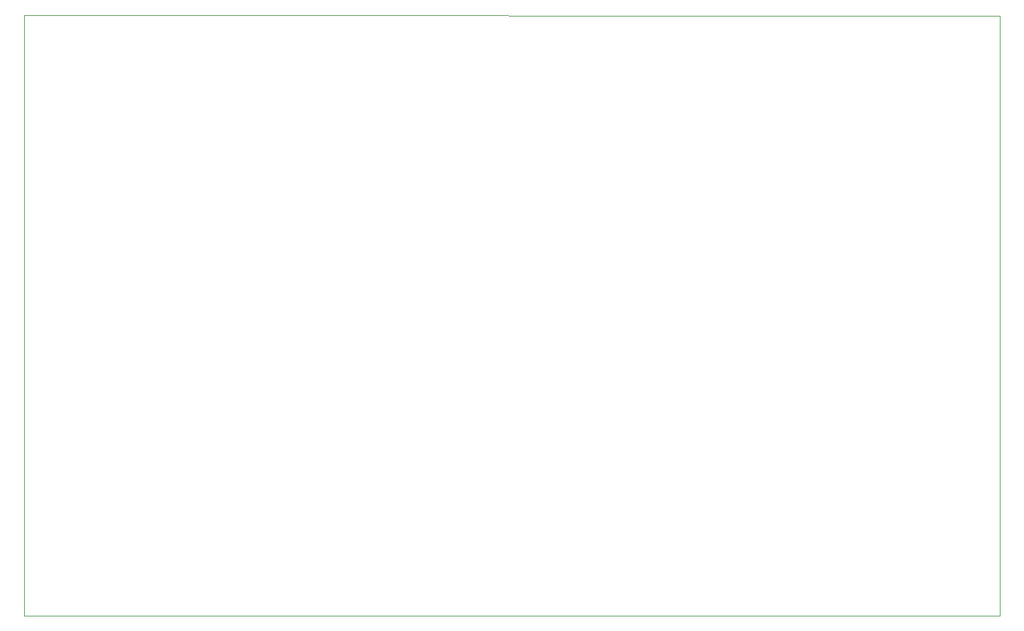
<source format=gbr>
G04 ===== Begin FILE IDENTIFICATION =====*
G04 File Format:  Gerber RS274X*
G04 ===== End FILE IDENTIFICATION =====*
%FSLAX24Y24*%
%MOIN*%
%SFA1.0000B1.0000*%
%OFA0.0B0.0*%
%ADD14C,0.000025*%
%LNcond*%
%IPPOS*%
%LPD*%
G75*
D14*
G01X-7162Y15815D02*
G01Y-15743D01*
G01X44024D01*
G01Y15784D01*
G01X-7137Y15795D01*
M02*


</source>
